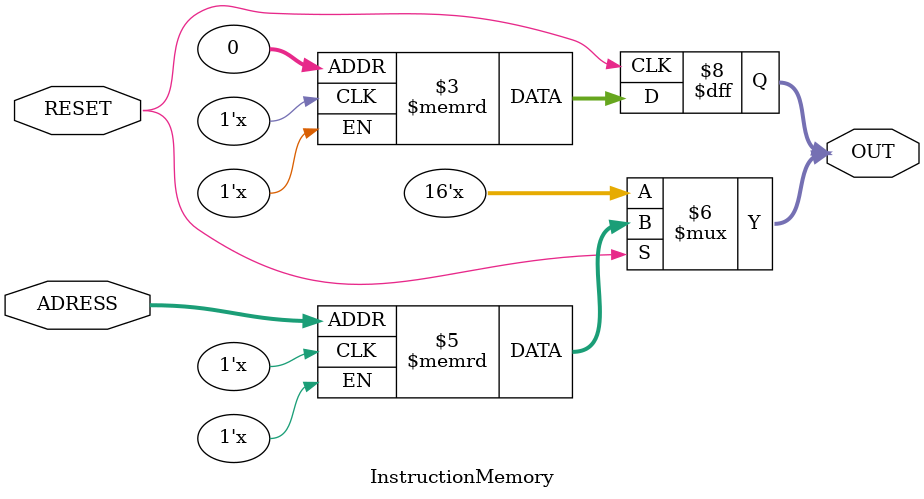
<source format=v>
module InstructionMemory(
  input RESET,
  input [9:0] ADRESS,
  output reg [15:0] OUT
);

reg [15:0] ROM[1023:0];

always @(negedge RESET) 
begin
  if (~RESET) 
  begin
    OUT <= ROM[0];   
  end
end

always @(*) 
begin
  if (RESET) 
  begin
    OUT <= ROM[ADRESS];
  end
end

endmodule
</source>
